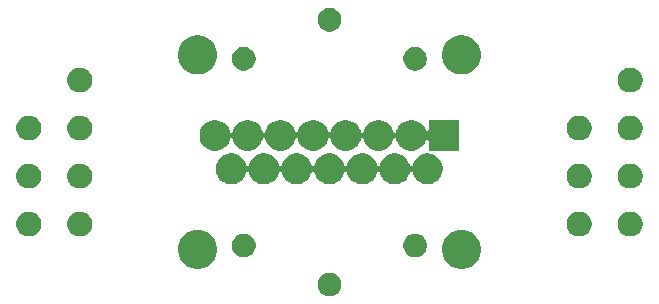
<source format=gts>
G04 #@! TF.GenerationSoftware,KiCad,Pcbnew,(5.1.0)-1*
G04 #@! TF.CreationDate,2019-08-21T11:10:36-04:00*
G04 #@! TF.ProjectId,Famicom Expansion to NES Controller,46616d69-636f-46d2-9045-7870616e7369,rev?*
G04 #@! TF.SameCoordinates,Original*
G04 #@! TF.FileFunction,Soldermask,Top*
G04 #@! TF.FilePolarity,Negative*
%FSLAX46Y46*%
G04 Gerber Fmt 4.6, Leading zero omitted, Abs format (unit mm)*
G04 Created by KiCad (PCBNEW (5.1.0)-1) date 2019-08-21 11:10:36*
%MOMM*%
%LPD*%
G04 APERTURE LIST*
%ADD10C,0.100000*%
G04 APERTURE END LIST*
D10*
G36*
X155195285Y-72718234D02*
G01*
X155291981Y-72737468D01*
X155474151Y-72812926D01*
X155638100Y-72922473D01*
X155777527Y-73061900D01*
X155887074Y-73225849D01*
X155962532Y-73408019D01*
X156001000Y-73601410D01*
X156001000Y-73798590D01*
X155962532Y-73991981D01*
X155887074Y-74174151D01*
X155777527Y-74338100D01*
X155638100Y-74477527D01*
X155474151Y-74587074D01*
X155291981Y-74662532D01*
X155195285Y-74681766D01*
X155098591Y-74701000D01*
X154901409Y-74701000D01*
X154804715Y-74681766D01*
X154708019Y-74662532D01*
X154525849Y-74587074D01*
X154361900Y-74477527D01*
X154222473Y-74338100D01*
X154112926Y-74174151D01*
X154037468Y-73991981D01*
X153999000Y-73798590D01*
X153999000Y-73601410D01*
X154037468Y-73408019D01*
X154112926Y-73225849D01*
X154222473Y-73061900D01*
X154361900Y-72922473D01*
X154525849Y-72812926D01*
X154708019Y-72737468D01*
X154804715Y-72718234D01*
X154901409Y-72699000D01*
X155098591Y-72699000D01*
X155195285Y-72718234D01*
X155195285Y-72718234D01*
G37*
G36*
X166541806Y-69121298D02*
G01*
X166648129Y-69142447D01*
X166948592Y-69266903D01*
X167219001Y-69447585D01*
X167448965Y-69677549D01*
X167629647Y-69947958D01*
X167754103Y-70248421D01*
X167817550Y-70567391D01*
X167817550Y-70892609D01*
X167754103Y-71211579D01*
X167629647Y-71512042D01*
X167448965Y-71782451D01*
X167219001Y-72012415D01*
X166948592Y-72193097D01*
X166648129Y-72317553D01*
X166541806Y-72338702D01*
X166329161Y-72381000D01*
X166003939Y-72381000D01*
X165791294Y-72338702D01*
X165684971Y-72317553D01*
X165384508Y-72193097D01*
X165114099Y-72012415D01*
X164884135Y-71782451D01*
X164703453Y-71512042D01*
X164578997Y-71211579D01*
X164515550Y-70892609D01*
X164515550Y-70567391D01*
X164578997Y-70248421D01*
X164703453Y-69947958D01*
X164884135Y-69677549D01*
X165114099Y-69447585D01*
X165384508Y-69266903D01*
X165684971Y-69142447D01*
X165791294Y-69121298D01*
X166003939Y-69079000D01*
X166329161Y-69079000D01*
X166541806Y-69121298D01*
X166541806Y-69121298D01*
G37*
G36*
X144208706Y-69121298D02*
G01*
X144315029Y-69142447D01*
X144615492Y-69266903D01*
X144885901Y-69447585D01*
X145115865Y-69677549D01*
X145296547Y-69947958D01*
X145421003Y-70248421D01*
X145484450Y-70567391D01*
X145484450Y-70892609D01*
X145421003Y-71211579D01*
X145296547Y-71512042D01*
X145115865Y-71782451D01*
X144885901Y-72012415D01*
X144615492Y-72193097D01*
X144315029Y-72317553D01*
X144208706Y-72338702D01*
X143996061Y-72381000D01*
X143670839Y-72381000D01*
X143458194Y-72338702D01*
X143351871Y-72317553D01*
X143051408Y-72193097D01*
X142780999Y-72012415D01*
X142551035Y-71782451D01*
X142370353Y-71512042D01*
X142245897Y-71211579D01*
X142182450Y-70892609D01*
X142182450Y-70567391D01*
X142245897Y-70248421D01*
X142370353Y-69947958D01*
X142551035Y-69677549D01*
X142780999Y-69447585D01*
X143051408Y-69266903D01*
X143351871Y-69142447D01*
X143458194Y-69121298D01*
X143670839Y-69079000D01*
X143996061Y-69079000D01*
X144208706Y-69121298D01*
X144208706Y-69121298D01*
G37*
G36*
X162415780Y-69412365D02*
G01*
X162541981Y-69437468D01*
X162724151Y-69512926D01*
X162888100Y-69622473D01*
X163027527Y-69761900D01*
X163137074Y-69925849D01*
X163212532Y-70108019D01*
X163251000Y-70301410D01*
X163251000Y-70498590D01*
X163212532Y-70691981D01*
X163137074Y-70874151D01*
X163027527Y-71038100D01*
X162888100Y-71177527D01*
X162724151Y-71287074D01*
X162541981Y-71362532D01*
X162445285Y-71381766D01*
X162348591Y-71401000D01*
X162151409Y-71401000D01*
X162054715Y-71381766D01*
X161958019Y-71362532D01*
X161775849Y-71287074D01*
X161611900Y-71177527D01*
X161472473Y-71038100D01*
X161362926Y-70874151D01*
X161287468Y-70691981D01*
X161249000Y-70498590D01*
X161249000Y-70301410D01*
X161287468Y-70108019D01*
X161362926Y-69925849D01*
X161472473Y-69761900D01*
X161611900Y-69622473D01*
X161775849Y-69512926D01*
X161958019Y-69437468D01*
X162084220Y-69412365D01*
X162151409Y-69399000D01*
X162348591Y-69399000D01*
X162415780Y-69412365D01*
X162415780Y-69412365D01*
G37*
G36*
X147915780Y-69412365D02*
G01*
X148041981Y-69437468D01*
X148224151Y-69512926D01*
X148388100Y-69622473D01*
X148527527Y-69761900D01*
X148637074Y-69925849D01*
X148712532Y-70108019D01*
X148751000Y-70301410D01*
X148751000Y-70498590D01*
X148712532Y-70691981D01*
X148637074Y-70874151D01*
X148527527Y-71038100D01*
X148388100Y-71177527D01*
X148224151Y-71287074D01*
X148041981Y-71362532D01*
X147945285Y-71381766D01*
X147848591Y-71401000D01*
X147651409Y-71401000D01*
X147554715Y-71381766D01*
X147458019Y-71362532D01*
X147275849Y-71287074D01*
X147111900Y-71177527D01*
X146972473Y-71038100D01*
X146862926Y-70874151D01*
X146787468Y-70691981D01*
X146749000Y-70498590D01*
X146749000Y-70301410D01*
X146787468Y-70108019D01*
X146862926Y-69925849D01*
X146972473Y-69761900D01*
X147111900Y-69622473D01*
X147275849Y-69512926D01*
X147458019Y-69437468D01*
X147584220Y-69412365D01*
X147651409Y-69399000D01*
X147848591Y-69399000D01*
X147915780Y-69412365D01*
X147915780Y-69412365D01*
G37*
G36*
X176447564Y-67585389D02*
G01*
X176638833Y-67664615D01*
X176638835Y-67664616D01*
X176810973Y-67779635D01*
X176957365Y-67926027D01*
X177072385Y-68098167D01*
X177151611Y-68289436D01*
X177192000Y-68492484D01*
X177192000Y-68699516D01*
X177151611Y-68902564D01*
X177078529Y-69079000D01*
X177072384Y-69093835D01*
X176957365Y-69265973D01*
X176810973Y-69412365D01*
X176638835Y-69527384D01*
X176638834Y-69527385D01*
X176638833Y-69527385D01*
X176447564Y-69606611D01*
X176244516Y-69647000D01*
X176037484Y-69647000D01*
X175834436Y-69606611D01*
X175643167Y-69527385D01*
X175643166Y-69527385D01*
X175643165Y-69527384D01*
X175471027Y-69412365D01*
X175324635Y-69265973D01*
X175209616Y-69093835D01*
X175203471Y-69079000D01*
X175130389Y-68902564D01*
X175090000Y-68699516D01*
X175090000Y-68492484D01*
X175130389Y-68289436D01*
X175209615Y-68098167D01*
X175324635Y-67926027D01*
X175471027Y-67779635D01*
X175643165Y-67664616D01*
X175643167Y-67664615D01*
X175834436Y-67585389D01*
X176037484Y-67545000D01*
X176244516Y-67545000D01*
X176447564Y-67585389D01*
X176447564Y-67585389D01*
G37*
G36*
X134165564Y-67585389D02*
G01*
X134356833Y-67664615D01*
X134356835Y-67664616D01*
X134528973Y-67779635D01*
X134675365Y-67926027D01*
X134790385Y-68098167D01*
X134869611Y-68289436D01*
X134910000Y-68492484D01*
X134910000Y-68699516D01*
X134869611Y-68902564D01*
X134796529Y-69079000D01*
X134790384Y-69093835D01*
X134675365Y-69265973D01*
X134528973Y-69412365D01*
X134356835Y-69527384D01*
X134356834Y-69527385D01*
X134356833Y-69527385D01*
X134165564Y-69606611D01*
X133962516Y-69647000D01*
X133755484Y-69647000D01*
X133552436Y-69606611D01*
X133361167Y-69527385D01*
X133361166Y-69527385D01*
X133361165Y-69527384D01*
X133189027Y-69412365D01*
X133042635Y-69265973D01*
X132927616Y-69093835D01*
X132921471Y-69079000D01*
X132848389Y-68902564D01*
X132808000Y-68699516D01*
X132808000Y-68492484D01*
X132848389Y-68289436D01*
X132927615Y-68098167D01*
X133042635Y-67926027D01*
X133189027Y-67779635D01*
X133361165Y-67664616D01*
X133361167Y-67664615D01*
X133552436Y-67585389D01*
X133755484Y-67545000D01*
X133962516Y-67545000D01*
X134165564Y-67585389D01*
X134165564Y-67585389D01*
G37*
G36*
X129847564Y-67585389D02*
G01*
X130038833Y-67664615D01*
X130038835Y-67664616D01*
X130210973Y-67779635D01*
X130357365Y-67926027D01*
X130472385Y-68098167D01*
X130551611Y-68289436D01*
X130592000Y-68492484D01*
X130592000Y-68699516D01*
X130551611Y-68902564D01*
X130478529Y-69079000D01*
X130472384Y-69093835D01*
X130357365Y-69265973D01*
X130210973Y-69412365D01*
X130038835Y-69527384D01*
X130038834Y-69527385D01*
X130038833Y-69527385D01*
X129847564Y-69606611D01*
X129644516Y-69647000D01*
X129437484Y-69647000D01*
X129234436Y-69606611D01*
X129043167Y-69527385D01*
X129043166Y-69527385D01*
X129043165Y-69527384D01*
X128871027Y-69412365D01*
X128724635Y-69265973D01*
X128609616Y-69093835D01*
X128603471Y-69079000D01*
X128530389Y-68902564D01*
X128490000Y-68699516D01*
X128490000Y-68492484D01*
X128530389Y-68289436D01*
X128609615Y-68098167D01*
X128724635Y-67926027D01*
X128871027Y-67779635D01*
X129043165Y-67664616D01*
X129043167Y-67664615D01*
X129234436Y-67585389D01*
X129437484Y-67545000D01*
X129644516Y-67545000D01*
X129847564Y-67585389D01*
X129847564Y-67585389D01*
G37*
G36*
X180765564Y-67585389D02*
G01*
X180956833Y-67664615D01*
X180956835Y-67664616D01*
X181128973Y-67779635D01*
X181275365Y-67926027D01*
X181390385Y-68098167D01*
X181469611Y-68289436D01*
X181510000Y-68492484D01*
X181510000Y-68699516D01*
X181469611Y-68902564D01*
X181396529Y-69079000D01*
X181390384Y-69093835D01*
X181275365Y-69265973D01*
X181128973Y-69412365D01*
X180956835Y-69527384D01*
X180956834Y-69527385D01*
X180956833Y-69527385D01*
X180765564Y-69606611D01*
X180562516Y-69647000D01*
X180355484Y-69647000D01*
X180152436Y-69606611D01*
X179961167Y-69527385D01*
X179961166Y-69527385D01*
X179961165Y-69527384D01*
X179789027Y-69412365D01*
X179642635Y-69265973D01*
X179527616Y-69093835D01*
X179521471Y-69079000D01*
X179448389Y-68902564D01*
X179408000Y-68699516D01*
X179408000Y-68492484D01*
X179448389Y-68289436D01*
X179527615Y-68098167D01*
X179642635Y-67926027D01*
X179789027Y-67779635D01*
X179961165Y-67664616D01*
X179961167Y-67664615D01*
X180152436Y-67585389D01*
X180355484Y-67545000D01*
X180562516Y-67545000D01*
X180765564Y-67585389D01*
X180765564Y-67585389D01*
G37*
G36*
X180765564Y-63521389D02*
G01*
X180950085Y-63597820D01*
X180956835Y-63600616D01*
X181103228Y-63698433D01*
X181128973Y-63715635D01*
X181275365Y-63862027D01*
X181390385Y-64034167D01*
X181469611Y-64225436D01*
X181510000Y-64428484D01*
X181510000Y-64635516D01*
X181469611Y-64838564D01*
X181431508Y-64930553D01*
X181390384Y-65029835D01*
X181275365Y-65201973D01*
X181128973Y-65348365D01*
X180956835Y-65463384D01*
X180956834Y-65463385D01*
X180956833Y-65463385D01*
X180765564Y-65542611D01*
X180562516Y-65583000D01*
X180355484Y-65583000D01*
X180152436Y-65542611D01*
X179961167Y-65463385D01*
X179961166Y-65463385D01*
X179961165Y-65463384D01*
X179789027Y-65348365D01*
X179642635Y-65201973D01*
X179527616Y-65029835D01*
X179486492Y-64930553D01*
X179448389Y-64838564D01*
X179408000Y-64635516D01*
X179408000Y-64428484D01*
X179448389Y-64225436D01*
X179527615Y-64034167D01*
X179642635Y-63862027D01*
X179789027Y-63715635D01*
X179814772Y-63698433D01*
X179961165Y-63600616D01*
X179967915Y-63597820D01*
X180152436Y-63521389D01*
X180355484Y-63481000D01*
X180562516Y-63481000D01*
X180765564Y-63521389D01*
X180765564Y-63521389D01*
G37*
G36*
X129847564Y-63521389D02*
G01*
X130032085Y-63597820D01*
X130038835Y-63600616D01*
X130185228Y-63698433D01*
X130210973Y-63715635D01*
X130357365Y-63862027D01*
X130472385Y-64034167D01*
X130551611Y-64225436D01*
X130592000Y-64428484D01*
X130592000Y-64635516D01*
X130551611Y-64838564D01*
X130513508Y-64930553D01*
X130472384Y-65029835D01*
X130357365Y-65201973D01*
X130210973Y-65348365D01*
X130038835Y-65463384D01*
X130038834Y-65463385D01*
X130038833Y-65463385D01*
X129847564Y-65542611D01*
X129644516Y-65583000D01*
X129437484Y-65583000D01*
X129234436Y-65542611D01*
X129043167Y-65463385D01*
X129043166Y-65463385D01*
X129043165Y-65463384D01*
X128871027Y-65348365D01*
X128724635Y-65201973D01*
X128609616Y-65029835D01*
X128568492Y-64930553D01*
X128530389Y-64838564D01*
X128490000Y-64635516D01*
X128490000Y-64428484D01*
X128530389Y-64225436D01*
X128609615Y-64034167D01*
X128724635Y-63862027D01*
X128871027Y-63715635D01*
X128896772Y-63698433D01*
X129043165Y-63600616D01*
X129049915Y-63597820D01*
X129234436Y-63521389D01*
X129437484Y-63481000D01*
X129644516Y-63481000D01*
X129847564Y-63521389D01*
X129847564Y-63521389D01*
G37*
G36*
X134165564Y-63521389D02*
G01*
X134350085Y-63597820D01*
X134356835Y-63600616D01*
X134503228Y-63698433D01*
X134528973Y-63715635D01*
X134675365Y-63862027D01*
X134790385Y-64034167D01*
X134869611Y-64225436D01*
X134910000Y-64428484D01*
X134910000Y-64635516D01*
X134869611Y-64838564D01*
X134831508Y-64930553D01*
X134790384Y-65029835D01*
X134675365Y-65201973D01*
X134528973Y-65348365D01*
X134356835Y-65463384D01*
X134356834Y-65463385D01*
X134356833Y-65463385D01*
X134165564Y-65542611D01*
X133962516Y-65583000D01*
X133755484Y-65583000D01*
X133552436Y-65542611D01*
X133361167Y-65463385D01*
X133361166Y-65463385D01*
X133361165Y-65463384D01*
X133189027Y-65348365D01*
X133042635Y-65201973D01*
X132927616Y-65029835D01*
X132886492Y-64930553D01*
X132848389Y-64838564D01*
X132808000Y-64635516D01*
X132808000Y-64428484D01*
X132848389Y-64225436D01*
X132927615Y-64034167D01*
X133042635Y-63862027D01*
X133189027Y-63715635D01*
X133214772Y-63698433D01*
X133361165Y-63600616D01*
X133367915Y-63597820D01*
X133552436Y-63521389D01*
X133755484Y-63481000D01*
X133962516Y-63481000D01*
X134165564Y-63521389D01*
X134165564Y-63521389D01*
G37*
G36*
X176447564Y-63521389D02*
G01*
X176632085Y-63597820D01*
X176638835Y-63600616D01*
X176785228Y-63698433D01*
X176810973Y-63715635D01*
X176957365Y-63862027D01*
X177072385Y-64034167D01*
X177151611Y-64225436D01*
X177192000Y-64428484D01*
X177192000Y-64635516D01*
X177151611Y-64838564D01*
X177113508Y-64930553D01*
X177072384Y-65029835D01*
X176957365Y-65201973D01*
X176810973Y-65348365D01*
X176638835Y-65463384D01*
X176638834Y-65463385D01*
X176638833Y-65463385D01*
X176447564Y-65542611D01*
X176244516Y-65583000D01*
X176037484Y-65583000D01*
X175834436Y-65542611D01*
X175643167Y-65463385D01*
X175643166Y-65463385D01*
X175643165Y-65463384D01*
X175471027Y-65348365D01*
X175324635Y-65201973D01*
X175209616Y-65029835D01*
X175168492Y-64930553D01*
X175130389Y-64838564D01*
X175090000Y-64635516D01*
X175090000Y-64428484D01*
X175130389Y-64225436D01*
X175209615Y-64034167D01*
X175324635Y-63862027D01*
X175471027Y-63715635D01*
X175496772Y-63698433D01*
X175643165Y-63600616D01*
X175649915Y-63597820D01*
X175834436Y-63521389D01*
X176037484Y-63481000D01*
X176244516Y-63481000D01*
X176447564Y-63521389D01*
X176447564Y-63521389D01*
G37*
G36*
X163388170Y-62530385D02*
G01*
X163395283Y-62553834D01*
X163406834Y-62575445D01*
X163422379Y-62594387D01*
X163441321Y-62609932D01*
X163462932Y-62621483D01*
X163486381Y-62628596D01*
X163689487Y-62668996D01*
X163926253Y-62767068D01*
X163926255Y-62767069D01*
X164139339Y-62909447D01*
X164320553Y-63090661D01*
X164462932Y-63303747D01*
X164561004Y-63540513D01*
X164611000Y-63791861D01*
X164611000Y-64048139D01*
X164561004Y-64299487D01*
X164462932Y-64536253D01*
X164462931Y-64536255D01*
X164320553Y-64749339D01*
X164139339Y-64930553D01*
X163926255Y-65072931D01*
X163926254Y-65072932D01*
X163926253Y-65072932D01*
X163689487Y-65171004D01*
X163438139Y-65221000D01*
X163181861Y-65221000D01*
X162930513Y-65171004D01*
X162693747Y-65072932D01*
X162693746Y-65072932D01*
X162693745Y-65072931D01*
X162480661Y-64930553D01*
X162299447Y-64749339D01*
X162157069Y-64536255D01*
X162157068Y-64536253D01*
X162058996Y-64299487D01*
X162047597Y-64242180D01*
X162040484Y-64218731D01*
X162028933Y-64197120D01*
X162013388Y-64178179D01*
X161994446Y-64162633D01*
X161972835Y-64151082D01*
X161949386Y-64143969D01*
X161925000Y-64141567D01*
X161900614Y-64143969D01*
X161877165Y-64151082D01*
X161855554Y-64162633D01*
X161836613Y-64178178D01*
X161821067Y-64197120D01*
X161809516Y-64218731D01*
X161802403Y-64242180D01*
X161791004Y-64299487D01*
X161692932Y-64536253D01*
X161692931Y-64536255D01*
X161550553Y-64749339D01*
X161369339Y-64930553D01*
X161156255Y-65072931D01*
X161156254Y-65072932D01*
X161156253Y-65072932D01*
X160919487Y-65171004D01*
X160668139Y-65221000D01*
X160411861Y-65221000D01*
X160160513Y-65171004D01*
X159923747Y-65072932D01*
X159923746Y-65072932D01*
X159923745Y-65072931D01*
X159710661Y-64930553D01*
X159529447Y-64749339D01*
X159387069Y-64536255D01*
X159387068Y-64536253D01*
X159288996Y-64299487D01*
X159277597Y-64242180D01*
X159270484Y-64218731D01*
X159258933Y-64197120D01*
X159243388Y-64178179D01*
X159224446Y-64162633D01*
X159202835Y-64151082D01*
X159179386Y-64143969D01*
X159155000Y-64141567D01*
X159130614Y-64143969D01*
X159107165Y-64151082D01*
X159085554Y-64162633D01*
X159066613Y-64178178D01*
X159051067Y-64197120D01*
X159039516Y-64218731D01*
X159032403Y-64242180D01*
X159021004Y-64299487D01*
X158922932Y-64536253D01*
X158922931Y-64536255D01*
X158780553Y-64749339D01*
X158599339Y-64930553D01*
X158386255Y-65072931D01*
X158386254Y-65072932D01*
X158386253Y-65072932D01*
X158149487Y-65171004D01*
X157898139Y-65221000D01*
X157641861Y-65221000D01*
X157390513Y-65171004D01*
X157153747Y-65072932D01*
X157153746Y-65072932D01*
X157153745Y-65072931D01*
X156940661Y-64930553D01*
X156759447Y-64749339D01*
X156617069Y-64536255D01*
X156617068Y-64536253D01*
X156518996Y-64299487D01*
X156507597Y-64242180D01*
X156500484Y-64218731D01*
X156488933Y-64197120D01*
X156473388Y-64178179D01*
X156454446Y-64162633D01*
X156432835Y-64151082D01*
X156409386Y-64143969D01*
X156385000Y-64141567D01*
X156360614Y-64143969D01*
X156337165Y-64151082D01*
X156315554Y-64162633D01*
X156296613Y-64178178D01*
X156281067Y-64197120D01*
X156269516Y-64218731D01*
X156262403Y-64242180D01*
X156251004Y-64299487D01*
X156152932Y-64536253D01*
X156152931Y-64536255D01*
X156010553Y-64749339D01*
X155829339Y-64930553D01*
X155616255Y-65072931D01*
X155616254Y-65072932D01*
X155616253Y-65072932D01*
X155379487Y-65171004D01*
X155128139Y-65221000D01*
X154871861Y-65221000D01*
X154620513Y-65171004D01*
X154383747Y-65072932D01*
X154383746Y-65072932D01*
X154383745Y-65072931D01*
X154170661Y-64930553D01*
X153989447Y-64749339D01*
X153847069Y-64536255D01*
X153847068Y-64536253D01*
X153748996Y-64299487D01*
X153737597Y-64242180D01*
X153730484Y-64218731D01*
X153718933Y-64197120D01*
X153703388Y-64178179D01*
X153684446Y-64162633D01*
X153662835Y-64151082D01*
X153639386Y-64143969D01*
X153615000Y-64141567D01*
X153590614Y-64143969D01*
X153567165Y-64151082D01*
X153545554Y-64162633D01*
X153526613Y-64178178D01*
X153511067Y-64197120D01*
X153499516Y-64218731D01*
X153492403Y-64242180D01*
X153481004Y-64299487D01*
X153382932Y-64536253D01*
X153382931Y-64536255D01*
X153240553Y-64749339D01*
X153059339Y-64930553D01*
X152846255Y-65072931D01*
X152846254Y-65072932D01*
X152846253Y-65072932D01*
X152609487Y-65171004D01*
X152358139Y-65221000D01*
X152101861Y-65221000D01*
X151850513Y-65171004D01*
X151613747Y-65072932D01*
X151613746Y-65072932D01*
X151613745Y-65072931D01*
X151400661Y-64930553D01*
X151219447Y-64749339D01*
X151077069Y-64536255D01*
X151077068Y-64536253D01*
X150978996Y-64299487D01*
X150967597Y-64242180D01*
X150960484Y-64218731D01*
X150948933Y-64197120D01*
X150933388Y-64178179D01*
X150914446Y-64162633D01*
X150892835Y-64151082D01*
X150869386Y-64143969D01*
X150845000Y-64141567D01*
X150820614Y-64143969D01*
X150797165Y-64151082D01*
X150775554Y-64162633D01*
X150756613Y-64178178D01*
X150741067Y-64197120D01*
X150729516Y-64218731D01*
X150722403Y-64242180D01*
X150711004Y-64299487D01*
X150612932Y-64536253D01*
X150612931Y-64536255D01*
X150470553Y-64749339D01*
X150289339Y-64930553D01*
X150076255Y-65072931D01*
X150076254Y-65072932D01*
X150076253Y-65072932D01*
X149839487Y-65171004D01*
X149588139Y-65221000D01*
X149331861Y-65221000D01*
X149080513Y-65171004D01*
X148843747Y-65072932D01*
X148843746Y-65072932D01*
X148843745Y-65072931D01*
X148630661Y-64930553D01*
X148449447Y-64749339D01*
X148307069Y-64536255D01*
X148307068Y-64536253D01*
X148208996Y-64299487D01*
X148197597Y-64242180D01*
X148190484Y-64218731D01*
X148178933Y-64197120D01*
X148163388Y-64178179D01*
X148144446Y-64162633D01*
X148122835Y-64151082D01*
X148099386Y-64143969D01*
X148075000Y-64141567D01*
X148050614Y-64143969D01*
X148027165Y-64151082D01*
X148005554Y-64162633D01*
X147986613Y-64178178D01*
X147971067Y-64197120D01*
X147959516Y-64218731D01*
X147952403Y-64242180D01*
X147941004Y-64299487D01*
X147842932Y-64536253D01*
X147842931Y-64536255D01*
X147700553Y-64749339D01*
X147519339Y-64930553D01*
X147306255Y-65072931D01*
X147306254Y-65072932D01*
X147306253Y-65072932D01*
X147069487Y-65171004D01*
X146818139Y-65221000D01*
X146561861Y-65221000D01*
X146310513Y-65171004D01*
X146073747Y-65072932D01*
X146073746Y-65072932D01*
X146073745Y-65072931D01*
X145860661Y-64930553D01*
X145679447Y-64749339D01*
X145537069Y-64536255D01*
X145537068Y-64536253D01*
X145438996Y-64299487D01*
X145389000Y-64048139D01*
X145389000Y-63791861D01*
X145438996Y-63540513D01*
X145537068Y-63303747D01*
X145679447Y-63090661D01*
X145860661Y-62909447D01*
X146073745Y-62767069D01*
X146073747Y-62767068D01*
X146310513Y-62668996D01*
X146561861Y-62619000D01*
X146818139Y-62619000D01*
X147069487Y-62668996D01*
X147306253Y-62767068D01*
X147306255Y-62767069D01*
X147519339Y-62909447D01*
X147700553Y-63090661D01*
X147842932Y-63303747D01*
X147941004Y-63540513D01*
X147952403Y-63597820D01*
X147959516Y-63621269D01*
X147971067Y-63642880D01*
X147986612Y-63661821D01*
X148005554Y-63677367D01*
X148027165Y-63688918D01*
X148050614Y-63696031D01*
X148075000Y-63698433D01*
X148099386Y-63696031D01*
X148122835Y-63688918D01*
X148144446Y-63677367D01*
X148163387Y-63661822D01*
X148178933Y-63642880D01*
X148190484Y-63621269D01*
X148197597Y-63597820D01*
X148208996Y-63540513D01*
X148307068Y-63303747D01*
X148449447Y-63090661D01*
X148630661Y-62909447D01*
X148843745Y-62767069D01*
X148843747Y-62767068D01*
X149080513Y-62668996D01*
X149331861Y-62619000D01*
X149588139Y-62619000D01*
X149839487Y-62668996D01*
X150076253Y-62767068D01*
X150076255Y-62767069D01*
X150289339Y-62909447D01*
X150470553Y-63090661D01*
X150612932Y-63303747D01*
X150711004Y-63540513D01*
X150722403Y-63597820D01*
X150729516Y-63621269D01*
X150741067Y-63642880D01*
X150756612Y-63661821D01*
X150775554Y-63677367D01*
X150797165Y-63688918D01*
X150820614Y-63696031D01*
X150845000Y-63698433D01*
X150869386Y-63696031D01*
X150892835Y-63688918D01*
X150914446Y-63677367D01*
X150933387Y-63661822D01*
X150948933Y-63642880D01*
X150960484Y-63621269D01*
X150967597Y-63597820D01*
X150978996Y-63540513D01*
X151077068Y-63303747D01*
X151219447Y-63090661D01*
X151400661Y-62909447D01*
X151613745Y-62767069D01*
X151613747Y-62767068D01*
X151850513Y-62668996D01*
X152101861Y-62619000D01*
X152358139Y-62619000D01*
X152609487Y-62668996D01*
X152846253Y-62767068D01*
X152846255Y-62767069D01*
X153059339Y-62909447D01*
X153240553Y-63090661D01*
X153382932Y-63303747D01*
X153481004Y-63540513D01*
X153492403Y-63597820D01*
X153499516Y-63621269D01*
X153511067Y-63642880D01*
X153526612Y-63661821D01*
X153545554Y-63677367D01*
X153567165Y-63688918D01*
X153590614Y-63696031D01*
X153615000Y-63698433D01*
X153639386Y-63696031D01*
X153662835Y-63688918D01*
X153684446Y-63677367D01*
X153703387Y-63661822D01*
X153718933Y-63642880D01*
X153730484Y-63621269D01*
X153737597Y-63597820D01*
X153748996Y-63540513D01*
X153847068Y-63303747D01*
X153989447Y-63090661D01*
X154170661Y-62909447D01*
X154383745Y-62767069D01*
X154383747Y-62767068D01*
X154620513Y-62668996D01*
X154871861Y-62619000D01*
X155128139Y-62619000D01*
X155379487Y-62668996D01*
X155616253Y-62767068D01*
X155616255Y-62767069D01*
X155829339Y-62909447D01*
X156010553Y-63090661D01*
X156152932Y-63303747D01*
X156251004Y-63540513D01*
X156262403Y-63597820D01*
X156269516Y-63621269D01*
X156281067Y-63642880D01*
X156296612Y-63661821D01*
X156315554Y-63677367D01*
X156337165Y-63688918D01*
X156360614Y-63696031D01*
X156385000Y-63698433D01*
X156409386Y-63696031D01*
X156432835Y-63688918D01*
X156454446Y-63677367D01*
X156473387Y-63661822D01*
X156488933Y-63642880D01*
X156500484Y-63621269D01*
X156507597Y-63597820D01*
X156518996Y-63540513D01*
X156617068Y-63303747D01*
X156759447Y-63090661D01*
X156940661Y-62909447D01*
X157153745Y-62767069D01*
X157153747Y-62767068D01*
X157390513Y-62668996D01*
X157641861Y-62619000D01*
X157898139Y-62619000D01*
X158149487Y-62668996D01*
X158386253Y-62767068D01*
X158386255Y-62767069D01*
X158599339Y-62909447D01*
X158780553Y-63090661D01*
X158922932Y-63303747D01*
X159021004Y-63540513D01*
X159032403Y-63597820D01*
X159039516Y-63621269D01*
X159051067Y-63642880D01*
X159066612Y-63661821D01*
X159085554Y-63677367D01*
X159107165Y-63688918D01*
X159130614Y-63696031D01*
X159155000Y-63698433D01*
X159179386Y-63696031D01*
X159202835Y-63688918D01*
X159224446Y-63677367D01*
X159243387Y-63661822D01*
X159258933Y-63642880D01*
X159270484Y-63621269D01*
X159277597Y-63597820D01*
X159288996Y-63540513D01*
X159387068Y-63303747D01*
X159529447Y-63090661D01*
X159710661Y-62909447D01*
X159923745Y-62767069D01*
X159923747Y-62767068D01*
X160160513Y-62668996D01*
X160411861Y-62619000D01*
X160668139Y-62619000D01*
X160919487Y-62668996D01*
X161156253Y-62767068D01*
X161156255Y-62767069D01*
X161369339Y-62909447D01*
X161550553Y-63090661D01*
X161692932Y-63303747D01*
X161791004Y-63540513D01*
X161802403Y-63597820D01*
X161809516Y-63621269D01*
X161821067Y-63642880D01*
X161836612Y-63661821D01*
X161855554Y-63677367D01*
X161877165Y-63688918D01*
X161900614Y-63696031D01*
X161925000Y-63698433D01*
X161949386Y-63696031D01*
X161972835Y-63688918D01*
X161994446Y-63677367D01*
X162013387Y-63661822D01*
X162028933Y-63642880D01*
X162040484Y-63621269D01*
X162047597Y-63597820D01*
X162058996Y-63540513D01*
X162157068Y-63303747D01*
X162299447Y-63090661D01*
X162480661Y-62909447D01*
X162693745Y-62767069D01*
X162693747Y-62767068D01*
X162930513Y-62668996D01*
X163181861Y-62619000D01*
X163269001Y-62619000D01*
X163293387Y-62616598D01*
X163316836Y-62609485D01*
X163338447Y-62597934D01*
X163357389Y-62582389D01*
X163372934Y-62563447D01*
X163384485Y-62541836D01*
X163388118Y-62529859D01*
X163388170Y-62530385D01*
X163388170Y-62530385D01*
G37*
G36*
X145684487Y-59828996D02*
G01*
X145921253Y-59927068D01*
X145921255Y-59927069D01*
X146134339Y-60069447D01*
X146315553Y-60250661D01*
X146457932Y-60463747D01*
X146556004Y-60700513D01*
X146567403Y-60757820D01*
X146574516Y-60781269D01*
X146586067Y-60802880D01*
X146601612Y-60821821D01*
X146620554Y-60837367D01*
X146642165Y-60848918D01*
X146665614Y-60856031D01*
X146690000Y-60858433D01*
X146714386Y-60856031D01*
X146737835Y-60848918D01*
X146759446Y-60837367D01*
X146778387Y-60821822D01*
X146793933Y-60802880D01*
X146805484Y-60781269D01*
X146812597Y-60757820D01*
X146823996Y-60700513D01*
X146922068Y-60463747D01*
X147064447Y-60250661D01*
X147245661Y-60069447D01*
X147458745Y-59927069D01*
X147458747Y-59927068D01*
X147695513Y-59828996D01*
X147946861Y-59779000D01*
X148203139Y-59779000D01*
X148454487Y-59828996D01*
X148691253Y-59927068D01*
X148691255Y-59927069D01*
X148904339Y-60069447D01*
X149085553Y-60250661D01*
X149227932Y-60463747D01*
X149326004Y-60700513D01*
X149337403Y-60757820D01*
X149344516Y-60781269D01*
X149356067Y-60802880D01*
X149371612Y-60821821D01*
X149390554Y-60837367D01*
X149412165Y-60848918D01*
X149435614Y-60856031D01*
X149460000Y-60858433D01*
X149484386Y-60856031D01*
X149507835Y-60848918D01*
X149529446Y-60837367D01*
X149548387Y-60821822D01*
X149563933Y-60802880D01*
X149575484Y-60781269D01*
X149582597Y-60757820D01*
X149593996Y-60700513D01*
X149692068Y-60463747D01*
X149834447Y-60250661D01*
X150015661Y-60069447D01*
X150228745Y-59927069D01*
X150228747Y-59927068D01*
X150465513Y-59828996D01*
X150716861Y-59779000D01*
X150973139Y-59779000D01*
X151224487Y-59828996D01*
X151461253Y-59927068D01*
X151461255Y-59927069D01*
X151674339Y-60069447D01*
X151855553Y-60250661D01*
X151997932Y-60463747D01*
X152096004Y-60700513D01*
X152107403Y-60757820D01*
X152114516Y-60781269D01*
X152126067Y-60802880D01*
X152141612Y-60821821D01*
X152160554Y-60837367D01*
X152182165Y-60848918D01*
X152205614Y-60856031D01*
X152230000Y-60858433D01*
X152254386Y-60856031D01*
X152277835Y-60848918D01*
X152299446Y-60837367D01*
X152318387Y-60821822D01*
X152333933Y-60802880D01*
X152345484Y-60781269D01*
X152352597Y-60757820D01*
X152363996Y-60700513D01*
X152462068Y-60463747D01*
X152604447Y-60250661D01*
X152785661Y-60069447D01*
X152998745Y-59927069D01*
X152998747Y-59927068D01*
X153235513Y-59828996D01*
X153486861Y-59779000D01*
X153743139Y-59779000D01*
X153994487Y-59828996D01*
X154231253Y-59927068D01*
X154231255Y-59927069D01*
X154444339Y-60069447D01*
X154625553Y-60250661D01*
X154767932Y-60463747D01*
X154866004Y-60700513D01*
X154877403Y-60757820D01*
X154884516Y-60781269D01*
X154896067Y-60802880D01*
X154911612Y-60821821D01*
X154930554Y-60837367D01*
X154952165Y-60848918D01*
X154975614Y-60856031D01*
X155000000Y-60858433D01*
X155024386Y-60856031D01*
X155047835Y-60848918D01*
X155069446Y-60837367D01*
X155088387Y-60821822D01*
X155103933Y-60802880D01*
X155115484Y-60781269D01*
X155122597Y-60757820D01*
X155133996Y-60700513D01*
X155232068Y-60463747D01*
X155374447Y-60250661D01*
X155555661Y-60069447D01*
X155768745Y-59927069D01*
X155768747Y-59927068D01*
X156005513Y-59828996D01*
X156256861Y-59779000D01*
X156513139Y-59779000D01*
X156764487Y-59828996D01*
X157001253Y-59927068D01*
X157001255Y-59927069D01*
X157214339Y-60069447D01*
X157395553Y-60250661D01*
X157537932Y-60463747D01*
X157636004Y-60700513D01*
X157647403Y-60757820D01*
X157654516Y-60781269D01*
X157666067Y-60802880D01*
X157681612Y-60821821D01*
X157700554Y-60837367D01*
X157722165Y-60848918D01*
X157745614Y-60856031D01*
X157770000Y-60858433D01*
X157794386Y-60856031D01*
X157817835Y-60848918D01*
X157839446Y-60837367D01*
X157858387Y-60821822D01*
X157873933Y-60802880D01*
X157885484Y-60781269D01*
X157892597Y-60757820D01*
X157903996Y-60700513D01*
X158002068Y-60463747D01*
X158144447Y-60250661D01*
X158325661Y-60069447D01*
X158538745Y-59927069D01*
X158538747Y-59927068D01*
X158775513Y-59828996D01*
X159026861Y-59779000D01*
X159283139Y-59779000D01*
X159534487Y-59828996D01*
X159771253Y-59927068D01*
X159771255Y-59927069D01*
X159984339Y-60069447D01*
X160165553Y-60250661D01*
X160307932Y-60463747D01*
X160406004Y-60700513D01*
X160417403Y-60757820D01*
X160424516Y-60781269D01*
X160436067Y-60802880D01*
X160451612Y-60821821D01*
X160470554Y-60837367D01*
X160492165Y-60848918D01*
X160515614Y-60856031D01*
X160540000Y-60858433D01*
X160564386Y-60856031D01*
X160587835Y-60848918D01*
X160609446Y-60837367D01*
X160628387Y-60821822D01*
X160643933Y-60802880D01*
X160655484Y-60781269D01*
X160662597Y-60757820D01*
X160673996Y-60700513D01*
X160772068Y-60463747D01*
X160914447Y-60250661D01*
X161095661Y-60069447D01*
X161308745Y-59927069D01*
X161308747Y-59927068D01*
X161545513Y-59828996D01*
X161796861Y-59779000D01*
X162053139Y-59779000D01*
X162304487Y-59828996D01*
X162541253Y-59927068D01*
X162541255Y-59927069D01*
X162754339Y-60069447D01*
X162935553Y-60250661D01*
X163077932Y-60463747D01*
X163153517Y-60646224D01*
X163165068Y-60667835D01*
X163180614Y-60686777D01*
X163199555Y-60702322D01*
X163221166Y-60713873D01*
X163244615Y-60720986D01*
X163269001Y-60723388D01*
X163293387Y-60720986D01*
X163316836Y-60713873D01*
X163338447Y-60702322D01*
X163357389Y-60686776D01*
X163372934Y-60667835D01*
X163384485Y-60646224D01*
X163391598Y-60622775D01*
X163394000Y-60598389D01*
X163394000Y-59779000D01*
X165996000Y-59779000D01*
X165996000Y-62381000D01*
X163510767Y-62381000D01*
X163486381Y-62383402D01*
X163462932Y-62390515D01*
X163441321Y-62402066D01*
X163422379Y-62417611D01*
X163406834Y-62436553D01*
X163395283Y-62458164D01*
X163394000Y-62462394D01*
X163394000Y-61561611D01*
X163391598Y-61537225D01*
X163384485Y-61513776D01*
X163372934Y-61492165D01*
X163357389Y-61473223D01*
X163338447Y-61457678D01*
X163316836Y-61446127D01*
X163293387Y-61439014D01*
X163269001Y-61436612D01*
X163244615Y-61439014D01*
X163221166Y-61446127D01*
X163199555Y-61457678D01*
X163180613Y-61473223D01*
X163165068Y-61492165D01*
X163153517Y-61513776D01*
X163077932Y-61696253D01*
X163077931Y-61696255D01*
X162935553Y-61909339D01*
X162754339Y-62090553D01*
X162541255Y-62232931D01*
X162541254Y-62232932D01*
X162541253Y-62232932D01*
X162304487Y-62331004D01*
X162053139Y-62381000D01*
X161796861Y-62381000D01*
X161545513Y-62331004D01*
X161308747Y-62232932D01*
X161308746Y-62232932D01*
X161308745Y-62232931D01*
X161095661Y-62090553D01*
X160914447Y-61909339D01*
X160772069Y-61696255D01*
X160772068Y-61696253D01*
X160673996Y-61459487D01*
X160662597Y-61402180D01*
X160655484Y-61378731D01*
X160643933Y-61357120D01*
X160628388Y-61338179D01*
X160609446Y-61322633D01*
X160587835Y-61311082D01*
X160564386Y-61303969D01*
X160540000Y-61301567D01*
X160515614Y-61303969D01*
X160492165Y-61311082D01*
X160470554Y-61322633D01*
X160451613Y-61338178D01*
X160436067Y-61357120D01*
X160424516Y-61378731D01*
X160417403Y-61402180D01*
X160406004Y-61459487D01*
X160307932Y-61696253D01*
X160307931Y-61696255D01*
X160165553Y-61909339D01*
X159984339Y-62090553D01*
X159771255Y-62232931D01*
X159771254Y-62232932D01*
X159771253Y-62232932D01*
X159534487Y-62331004D01*
X159283139Y-62381000D01*
X159026861Y-62381000D01*
X158775513Y-62331004D01*
X158538747Y-62232932D01*
X158538746Y-62232932D01*
X158538745Y-62232931D01*
X158325661Y-62090553D01*
X158144447Y-61909339D01*
X158002069Y-61696255D01*
X158002068Y-61696253D01*
X157903996Y-61459487D01*
X157892597Y-61402180D01*
X157885484Y-61378731D01*
X157873933Y-61357120D01*
X157858388Y-61338179D01*
X157839446Y-61322633D01*
X157817835Y-61311082D01*
X157794386Y-61303969D01*
X157770000Y-61301567D01*
X157745614Y-61303969D01*
X157722165Y-61311082D01*
X157700554Y-61322633D01*
X157681613Y-61338178D01*
X157666067Y-61357120D01*
X157654516Y-61378731D01*
X157647403Y-61402180D01*
X157636004Y-61459487D01*
X157537932Y-61696253D01*
X157537931Y-61696255D01*
X157395553Y-61909339D01*
X157214339Y-62090553D01*
X157001255Y-62232931D01*
X157001254Y-62232932D01*
X157001253Y-62232932D01*
X156764487Y-62331004D01*
X156513139Y-62381000D01*
X156256861Y-62381000D01*
X156005513Y-62331004D01*
X155768747Y-62232932D01*
X155768746Y-62232932D01*
X155768745Y-62232931D01*
X155555661Y-62090553D01*
X155374447Y-61909339D01*
X155232069Y-61696255D01*
X155232068Y-61696253D01*
X155133996Y-61459487D01*
X155122597Y-61402180D01*
X155115484Y-61378731D01*
X155103933Y-61357120D01*
X155088388Y-61338179D01*
X155069446Y-61322633D01*
X155047835Y-61311082D01*
X155024386Y-61303969D01*
X155000000Y-61301567D01*
X154975614Y-61303969D01*
X154952165Y-61311082D01*
X154930554Y-61322633D01*
X154911613Y-61338178D01*
X154896067Y-61357120D01*
X154884516Y-61378731D01*
X154877403Y-61402180D01*
X154866004Y-61459487D01*
X154767932Y-61696253D01*
X154767931Y-61696255D01*
X154625553Y-61909339D01*
X154444339Y-62090553D01*
X154231255Y-62232931D01*
X154231254Y-62232932D01*
X154231253Y-62232932D01*
X153994487Y-62331004D01*
X153743139Y-62381000D01*
X153486861Y-62381000D01*
X153235513Y-62331004D01*
X152998747Y-62232932D01*
X152998746Y-62232932D01*
X152998745Y-62232931D01*
X152785661Y-62090553D01*
X152604447Y-61909339D01*
X152462069Y-61696255D01*
X152462068Y-61696253D01*
X152363996Y-61459487D01*
X152352597Y-61402180D01*
X152345484Y-61378731D01*
X152333933Y-61357120D01*
X152318388Y-61338179D01*
X152299446Y-61322633D01*
X152277835Y-61311082D01*
X152254386Y-61303969D01*
X152230000Y-61301567D01*
X152205614Y-61303969D01*
X152182165Y-61311082D01*
X152160554Y-61322633D01*
X152141613Y-61338178D01*
X152126067Y-61357120D01*
X152114516Y-61378731D01*
X152107403Y-61402180D01*
X152096004Y-61459487D01*
X151997932Y-61696253D01*
X151997931Y-61696255D01*
X151855553Y-61909339D01*
X151674339Y-62090553D01*
X151461255Y-62232931D01*
X151461254Y-62232932D01*
X151461253Y-62232932D01*
X151224487Y-62331004D01*
X150973139Y-62381000D01*
X150716861Y-62381000D01*
X150465513Y-62331004D01*
X150228747Y-62232932D01*
X150228746Y-62232932D01*
X150228745Y-62232931D01*
X150015661Y-62090553D01*
X149834447Y-61909339D01*
X149692069Y-61696255D01*
X149692068Y-61696253D01*
X149593996Y-61459487D01*
X149582597Y-61402180D01*
X149575484Y-61378731D01*
X149563933Y-61357120D01*
X149548388Y-61338179D01*
X149529446Y-61322633D01*
X149507835Y-61311082D01*
X149484386Y-61303969D01*
X149460000Y-61301567D01*
X149435614Y-61303969D01*
X149412165Y-61311082D01*
X149390554Y-61322633D01*
X149371613Y-61338178D01*
X149356067Y-61357120D01*
X149344516Y-61378731D01*
X149337403Y-61402180D01*
X149326004Y-61459487D01*
X149227932Y-61696253D01*
X149227931Y-61696255D01*
X149085553Y-61909339D01*
X148904339Y-62090553D01*
X148691255Y-62232931D01*
X148691254Y-62232932D01*
X148691253Y-62232932D01*
X148454487Y-62331004D01*
X148203139Y-62381000D01*
X147946861Y-62381000D01*
X147695513Y-62331004D01*
X147458747Y-62232932D01*
X147458746Y-62232932D01*
X147458745Y-62232931D01*
X147245661Y-62090553D01*
X147064447Y-61909339D01*
X146922069Y-61696255D01*
X146922068Y-61696253D01*
X146823996Y-61459487D01*
X146812597Y-61402180D01*
X146805484Y-61378731D01*
X146793933Y-61357120D01*
X146778388Y-61338179D01*
X146759446Y-61322633D01*
X146737835Y-61311082D01*
X146714386Y-61303969D01*
X146690000Y-61301567D01*
X146665614Y-61303969D01*
X146642165Y-61311082D01*
X146620554Y-61322633D01*
X146601613Y-61338178D01*
X146586067Y-61357120D01*
X146574516Y-61378731D01*
X146567403Y-61402180D01*
X146556004Y-61459487D01*
X146457932Y-61696253D01*
X146457931Y-61696255D01*
X146315553Y-61909339D01*
X146134339Y-62090553D01*
X145921255Y-62232931D01*
X145921254Y-62232932D01*
X145921253Y-62232932D01*
X145684487Y-62331004D01*
X145433139Y-62381000D01*
X145176861Y-62381000D01*
X144925513Y-62331004D01*
X144688747Y-62232932D01*
X144688746Y-62232932D01*
X144688745Y-62232931D01*
X144475661Y-62090553D01*
X144294447Y-61909339D01*
X144152069Y-61696255D01*
X144152068Y-61696253D01*
X144053996Y-61459487D01*
X144004000Y-61208139D01*
X144004000Y-60951861D01*
X144053996Y-60700513D01*
X144152068Y-60463747D01*
X144294447Y-60250661D01*
X144475661Y-60069447D01*
X144688745Y-59927069D01*
X144688747Y-59927068D01*
X144925513Y-59828996D01*
X145176861Y-59779000D01*
X145433139Y-59779000D01*
X145684487Y-59828996D01*
X145684487Y-59828996D01*
G37*
G36*
X134165564Y-59457389D02*
G01*
X134356833Y-59536615D01*
X134356835Y-59536616D01*
X134528973Y-59651635D01*
X134675365Y-59798027D01*
X134696059Y-59828997D01*
X134790385Y-59970167D01*
X134869611Y-60161436D01*
X134910000Y-60364484D01*
X134910000Y-60571516D01*
X134869611Y-60774564D01*
X134790385Y-60965833D01*
X134790384Y-60965835D01*
X134675365Y-61137973D01*
X134528973Y-61284365D01*
X134356835Y-61399384D01*
X134356834Y-61399385D01*
X134356833Y-61399385D01*
X134165564Y-61478611D01*
X133962516Y-61519000D01*
X133755484Y-61519000D01*
X133552436Y-61478611D01*
X133361167Y-61399385D01*
X133361166Y-61399385D01*
X133361165Y-61399384D01*
X133189027Y-61284365D01*
X133042635Y-61137973D01*
X132927616Y-60965835D01*
X132927615Y-60965833D01*
X132848389Y-60774564D01*
X132808000Y-60571516D01*
X132808000Y-60364484D01*
X132848389Y-60161436D01*
X132927615Y-59970167D01*
X133021942Y-59828997D01*
X133042635Y-59798027D01*
X133189027Y-59651635D01*
X133361165Y-59536616D01*
X133361167Y-59536615D01*
X133552436Y-59457389D01*
X133755484Y-59417000D01*
X133962516Y-59417000D01*
X134165564Y-59457389D01*
X134165564Y-59457389D01*
G37*
G36*
X180765564Y-59457389D02*
G01*
X180956833Y-59536615D01*
X180956835Y-59536616D01*
X181128973Y-59651635D01*
X181275365Y-59798027D01*
X181296059Y-59828997D01*
X181390385Y-59970167D01*
X181469611Y-60161436D01*
X181510000Y-60364484D01*
X181510000Y-60571516D01*
X181469611Y-60774564D01*
X181390385Y-60965833D01*
X181390384Y-60965835D01*
X181275365Y-61137973D01*
X181128973Y-61284365D01*
X180956835Y-61399384D01*
X180956834Y-61399385D01*
X180956833Y-61399385D01*
X180765564Y-61478611D01*
X180562516Y-61519000D01*
X180355484Y-61519000D01*
X180152436Y-61478611D01*
X179961167Y-61399385D01*
X179961166Y-61399385D01*
X179961165Y-61399384D01*
X179789027Y-61284365D01*
X179642635Y-61137973D01*
X179527616Y-60965835D01*
X179527615Y-60965833D01*
X179448389Y-60774564D01*
X179408000Y-60571516D01*
X179408000Y-60364484D01*
X179448389Y-60161436D01*
X179527615Y-59970167D01*
X179621942Y-59828997D01*
X179642635Y-59798027D01*
X179789027Y-59651635D01*
X179961165Y-59536616D01*
X179961167Y-59536615D01*
X180152436Y-59457389D01*
X180355484Y-59417000D01*
X180562516Y-59417000D01*
X180765564Y-59457389D01*
X180765564Y-59457389D01*
G37*
G36*
X176447564Y-59457389D02*
G01*
X176638833Y-59536615D01*
X176638835Y-59536616D01*
X176810973Y-59651635D01*
X176957365Y-59798027D01*
X176978059Y-59828997D01*
X177072385Y-59970167D01*
X177151611Y-60161436D01*
X177192000Y-60364484D01*
X177192000Y-60571516D01*
X177151611Y-60774564D01*
X177072385Y-60965833D01*
X177072384Y-60965835D01*
X176957365Y-61137973D01*
X176810973Y-61284365D01*
X176638835Y-61399384D01*
X176638834Y-61399385D01*
X176638833Y-61399385D01*
X176447564Y-61478611D01*
X176244516Y-61519000D01*
X176037484Y-61519000D01*
X175834436Y-61478611D01*
X175643167Y-61399385D01*
X175643166Y-61399385D01*
X175643165Y-61399384D01*
X175471027Y-61284365D01*
X175324635Y-61137973D01*
X175209616Y-60965835D01*
X175209615Y-60965833D01*
X175130389Y-60774564D01*
X175090000Y-60571516D01*
X175090000Y-60364484D01*
X175130389Y-60161436D01*
X175209615Y-59970167D01*
X175303942Y-59828997D01*
X175324635Y-59798027D01*
X175471027Y-59651635D01*
X175643165Y-59536616D01*
X175643167Y-59536615D01*
X175834436Y-59457389D01*
X176037484Y-59417000D01*
X176244516Y-59417000D01*
X176447564Y-59457389D01*
X176447564Y-59457389D01*
G37*
G36*
X129847564Y-59457389D02*
G01*
X130038833Y-59536615D01*
X130038835Y-59536616D01*
X130210973Y-59651635D01*
X130357365Y-59798027D01*
X130378059Y-59828997D01*
X130472385Y-59970167D01*
X130551611Y-60161436D01*
X130592000Y-60364484D01*
X130592000Y-60571516D01*
X130551611Y-60774564D01*
X130472385Y-60965833D01*
X130472384Y-60965835D01*
X130357365Y-61137973D01*
X130210973Y-61284365D01*
X130038835Y-61399384D01*
X130038834Y-61399385D01*
X130038833Y-61399385D01*
X129847564Y-61478611D01*
X129644516Y-61519000D01*
X129437484Y-61519000D01*
X129234436Y-61478611D01*
X129043167Y-61399385D01*
X129043166Y-61399385D01*
X129043165Y-61399384D01*
X128871027Y-61284365D01*
X128724635Y-61137973D01*
X128609616Y-60965835D01*
X128609615Y-60965833D01*
X128530389Y-60774564D01*
X128490000Y-60571516D01*
X128490000Y-60364484D01*
X128530389Y-60161436D01*
X128609615Y-59970167D01*
X128703942Y-59828997D01*
X128724635Y-59798027D01*
X128871027Y-59651635D01*
X129043165Y-59536616D01*
X129043167Y-59536615D01*
X129234436Y-59457389D01*
X129437484Y-59417000D01*
X129644516Y-59417000D01*
X129847564Y-59457389D01*
X129847564Y-59457389D01*
G37*
G36*
X180765564Y-55393389D02*
G01*
X180956833Y-55472615D01*
X180956835Y-55472616D01*
X181076264Y-55552416D01*
X181128973Y-55587635D01*
X181275365Y-55734027D01*
X181390385Y-55906167D01*
X181469611Y-56097436D01*
X181510000Y-56300484D01*
X181510000Y-56507516D01*
X181469611Y-56710564D01*
X181390385Y-56901833D01*
X181390384Y-56901835D01*
X181275365Y-57073973D01*
X181128973Y-57220365D01*
X180956835Y-57335384D01*
X180956834Y-57335385D01*
X180956833Y-57335385D01*
X180765564Y-57414611D01*
X180562516Y-57455000D01*
X180355484Y-57455000D01*
X180152436Y-57414611D01*
X179961167Y-57335385D01*
X179961166Y-57335385D01*
X179961165Y-57335384D01*
X179789027Y-57220365D01*
X179642635Y-57073973D01*
X179527616Y-56901835D01*
X179527615Y-56901833D01*
X179448389Y-56710564D01*
X179408000Y-56507516D01*
X179408000Y-56300484D01*
X179448389Y-56097436D01*
X179527615Y-55906167D01*
X179642635Y-55734027D01*
X179789027Y-55587635D01*
X179841736Y-55552416D01*
X179961165Y-55472616D01*
X179961167Y-55472615D01*
X180152436Y-55393389D01*
X180355484Y-55353000D01*
X180562516Y-55353000D01*
X180765564Y-55393389D01*
X180765564Y-55393389D01*
G37*
G36*
X134165564Y-55393389D02*
G01*
X134356833Y-55472615D01*
X134356835Y-55472616D01*
X134476264Y-55552416D01*
X134528973Y-55587635D01*
X134675365Y-55734027D01*
X134790385Y-55906167D01*
X134869611Y-56097436D01*
X134910000Y-56300484D01*
X134910000Y-56507516D01*
X134869611Y-56710564D01*
X134790385Y-56901833D01*
X134790384Y-56901835D01*
X134675365Y-57073973D01*
X134528973Y-57220365D01*
X134356835Y-57335384D01*
X134356834Y-57335385D01*
X134356833Y-57335385D01*
X134165564Y-57414611D01*
X133962516Y-57455000D01*
X133755484Y-57455000D01*
X133552436Y-57414611D01*
X133361167Y-57335385D01*
X133361166Y-57335385D01*
X133361165Y-57335384D01*
X133189027Y-57220365D01*
X133042635Y-57073973D01*
X132927616Y-56901835D01*
X132927615Y-56901833D01*
X132848389Y-56710564D01*
X132808000Y-56507516D01*
X132808000Y-56300484D01*
X132848389Y-56097436D01*
X132927615Y-55906167D01*
X133042635Y-55734027D01*
X133189027Y-55587635D01*
X133241736Y-55552416D01*
X133361165Y-55472616D01*
X133361167Y-55472615D01*
X133552436Y-55393389D01*
X133755484Y-55353000D01*
X133962516Y-55353000D01*
X134165564Y-55393389D01*
X134165564Y-55393389D01*
G37*
G36*
X166541806Y-52661298D02*
G01*
X166648129Y-52682447D01*
X166948592Y-52806903D01*
X167219001Y-52987585D01*
X167448965Y-53217549D01*
X167629647Y-53487958D01*
X167754103Y-53788421D01*
X167817550Y-54107391D01*
X167817550Y-54432609D01*
X167754103Y-54751579D01*
X167629647Y-55052042D01*
X167448965Y-55322451D01*
X167219001Y-55552415D01*
X166948592Y-55733097D01*
X166648129Y-55857553D01*
X166541806Y-55878702D01*
X166329161Y-55921000D01*
X166003939Y-55921000D01*
X165791294Y-55878702D01*
X165684971Y-55857553D01*
X165384508Y-55733097D01*
X165114099Y-55552415D01*
X164884135Y-55322451D01*
X164703453Y-55052042D01*
X164578997Y-54751579D01*
X164515550Y-54432609D01*
X164515550Y-54107391D01*
X164578997Y-53788421D01*
X164703453Y-53487958D01*
X164884135Y-53217549D01*
X165114099Y-52987585D01*
X165384508Y-52806903D01*
X165684971Y-52682447D01*
X165791294Y-52661298D01*
X166003939Y-52619000D01*
X166329161Y-52619000D01*
X166541806Y-52661298D01*
X166541806Y-52661298D01*
G37*
G36*
X144208706Y-52661298D02*
G01*
X144315029Y-52682447D01*
X144615492Y-52806903D01*
X144885901Y-52987585D01*
X145115865Y-53217549D01*
X145296547Y-53487958D01*
X145421003Y-53788421D01*
X145484450Y-54107391D01*
X145484450Y-54432609D01*
X145421003Y-54751579D01*
X145296547Y-55052042D01*
X145115865Y-55322451D01*
X144885901Y-55552415D01*
X144615492Y-55733097D01*
X144315029Y-55857553D01*
X144208706Y-55878702D01*
X143996061Y-55921000D01*
X143670839Y-55921000D01*
X143458194Y-55878702D01*
X143351871Y-55857553D01*
X143051408Y-55733097D01*
X142780999Y-55552415D01*
X142551035Y-55322451D01*
X142370353Y-55052042D01*
X142245897Y-54751579D01*
X142182450Y-54432609D01*
X142182450Y-54107391D01*
X142245897Y-53788421D01*
X142370353Y-53487958D01*
X142551035Y-53217549D01*
X142780999Y-52987585D01*
X143051408Y-52806903D01*
X143351871Y-52682447D01*
X143458194Y-52661298D01*
X143670839Y-52619000D01*
X143996061Y-52619000D01*
X144208706Y-52661298D01*
X144208706Y-52661298D01*
G37*
G36*
X147945285Y-53618234D02*
G01*
X148041981Y-53637468D01*
X148224151Y-53712926D01*
X148388100Y-53822473D01*
X148527527Y-53961900D01*
X148637074Y-54125849D01*
X148712532Y-54308019D01*
X148751000Y-54501410D01*
X148751000Y-54698590D01*
X148712532Y-54891981D01*
X148637074Y-55074151D01*
X148527527Y-55238100D01*
X148388100Y-55377527D01*
X148224151Y-55487074D01*
X148041981Y-55562532D01*
X147848591Y-55601000D01*
X147651409Y-55601000D01*
X147458019Y-55562532D01*
X147275849Y-55487074D01*
X147111900Y-55377527D01*
X146972473Y-55238100D01*
X146862926Y-55074151D01*
X146787468Y-54891981D01*
X146749000Y-54698590D01*
X146749000Y-54501410D01*
X146787468Y-54308019D01*
X146862926Y-54125849D01*
X146972473Y-53961900D01*
X147111900Y-53822473D01*
X147275849Y-53712926D01*
X147458019Y-53637468D01*
X147554715Y-53618234D01*
X147651409Y-53599000D01*
X147848591Y-53599000D01*
X147945285Y-53618234D01*
X147945285Y-53618234D01*
G37*
G36*
X162445285Y-53618234D02*
G01*
X162541981Y-53637468D01*
X162724151Y-53712926D01*
X162888100Y-53822473D01*
X163027527Y-53961900D01*
X163137074Y-54125849D01*
X163212532Y-54308019D01*
X163251000Y-54501410D01*
X163251000Y-54698590D01*
X163212532Y-54891981D01*
X163137074Y-55074151D01*
X163027527Y-55238100D01*
X162888100Y-55377527D01*
X162724151Y-55487074D01*
X162541981Y-55562532D01*
X162348591Y-55601000D01*
X162151409Y-55601000D01*
X161958019Y-55562532D01*
X161775849Y-55487074D01*
X161611900Y-55377527D01*
X161472473Y-55238100D01*
X161362926Y-55074151D01*
X161287468Y-54891981D01*
X161249000Y-54698590D01*
X161249000Y-54501410D01*
X161287468Y-54308019D01*
X161362926Y-54125849D01*
X161472473Y-53961900D01*
X161611900Y-53822473D01*
X161775849Y-53712926D01*
X161958019Y-53637468D01*
X162054715Y-53618234D01*
X162151409Y-53599000D01*
X162348591Y-53599000D01*
X162445285Y-53618234D01*
X162445285Y-53618234D01*
G37*
G36*
X155195285Y-50318234D02*
G01*
X155291981Y-50337468D01*
X155474151Y-50412926D01*
X155638100Y-50522473D01*
X155777527Y-50661900D01*
X155887074Y-50825849D01*
X155962532Y-51008019D01*
X156001000Y-51201410D01*
X156001000Y-51398590D01*
X155962532Y-51591981D01*
X155887074Y-51774151D01*
X155777527Y-51938100D01*
X155638100Y-52077527D01*
X155474151Y-52187074D01*
X155291981Y-52262532D01*
X155195285Y-52281766D01*
X155098591Y-52301000D01*
X154901409Y-52301000D01*
X154804715Y-52281766D01*
X154708019Y-52262532D01*
X154525849Y-52187074D01*
X154361900Y-52077527D01*
X154222473Y-51938100D01*
X154112926Y-51774151D01*
X154037468Y-51591981D01*
X153999000Y-51398590D01*
X153999000Y-51201410D01*
X154037468Y-51008019D01*
X154112926Y-50825849D01*
X154222473Y-50661900D01*
X154361900Y-50522473D01*
X154525849Y-50412926D01*
X154708019Y-50337468D01*
X154901409Y-50299000D01*
X155098591Y-50299000D01*
X155195285Y-50318234D01*
X155195285Y-50318234D01*
G37*
M02*

</source>
